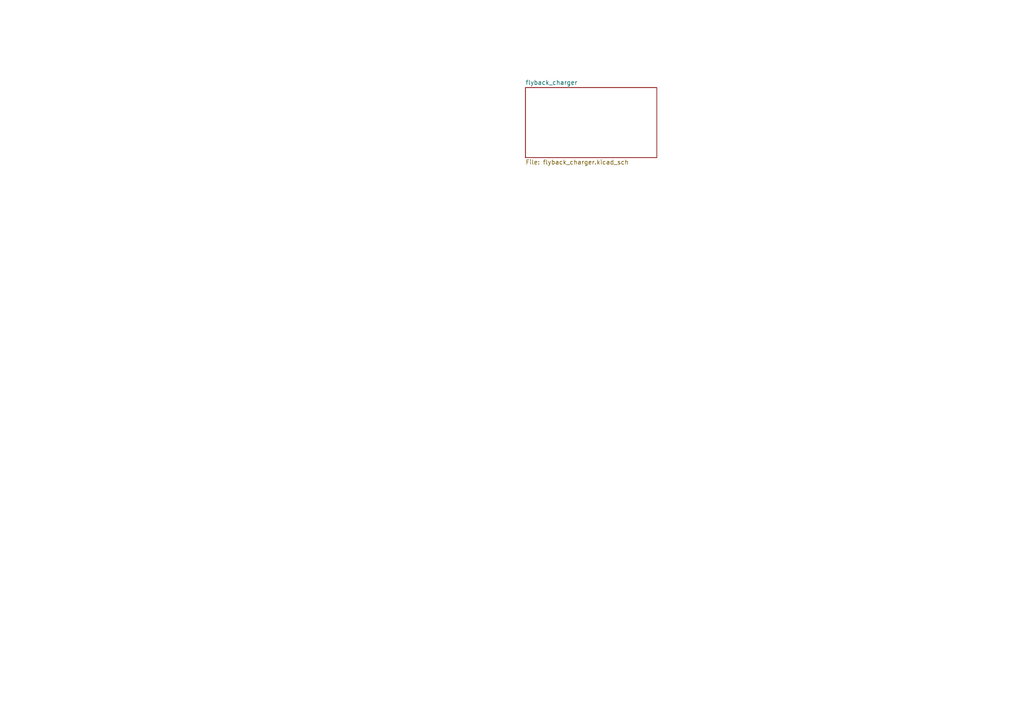
<source format=kicad_sch>
(kicad_sch (version 20211123) (generator eeschema)
  (paper "A4")
  (lib_symbols)
  (sheet (at 152.4 25.4) (size 38.1 20.32) (stroke (width 0.1524))
    (property "Sheet name" "flyback_charger" (at 152.4 24.6884 0) (effects (justify left bottom)))
    (property "Sheet file" "flyback_charger.kicad_sch" (at 152.4 46.3046 0) (effects (justify left top)))
  )
)
</source>
